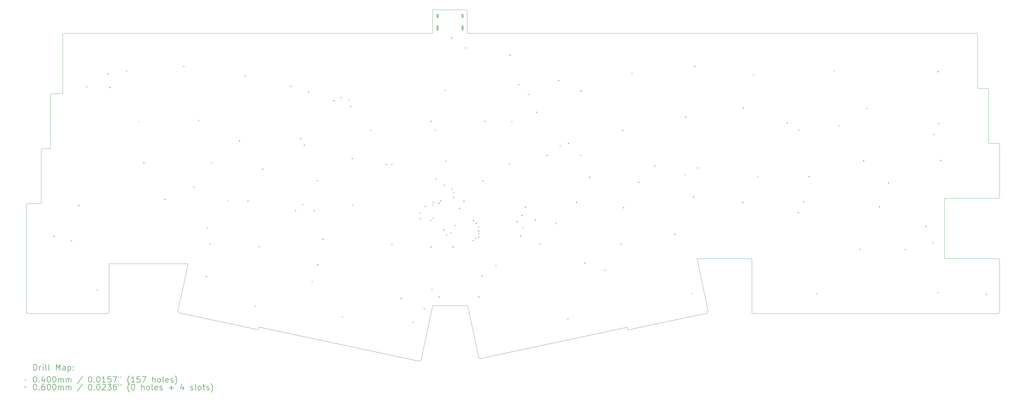
<source format=gbr>
%FSLAX45Y45*%
G04 Gerber Fmt 4.5, Leading zero omitted, Abs format (unit mm)*
G04 Created by KiCad (PCBNEW (6.0.1)) date 2022-05-09 18:45:46*
%MOMM*%
%LPD*%
G01*
G04 APERTURE LIST*
%TA.AperFunction,Profile*%
%ADD10C,0.100000*%
%TD*%
%ADD11C,0.200000*%
%ADD12C,0.040000*%
%ADD13C,0.060000*%
G04 APERTURE END LIST*
D10*
X21915000Y-10951000D02*
X16830000Y-12033000D01*
X34755000Y-10479000D02*
G75*
G03*
X34805000Y-10429000I0J50000D01*
G01*
X34754000Y-8572000D02*
X32899000Y-8572000D01*
X34424000Y-4572000D02*
X34423000Y-2717000D01*
X1143000Y-10428000D02*
G75*
G03*
X1193000Y-10478000I50000J0D01*
G01*
X21915000Y-10951000D02*
X21924355Y-10986645D01*
X34805000Y-4622000D02*
G75*
G03*
X34755000Y-4572000I-50000J0D01*
G01*
X9132645Y-11029645D02*
X6432000Y-10454000D01*
X1717000Y-4762000D02*
X1972000Y-4762000D01*
X2021000Y-2857000D02*
X2400000Y-2857000D01*
X1972000Y-4762000D02*
X1971000Y-2907000D01*
X24673000Y-10462000D02*
G75*
G03*
X24723000Y-10412000I0J50000D01*
G01*
X1657000Y-6670000D02*
X1657000Y-4822000D01*
X24723000Y-10412000D02*
X24332000Y-8573000D01*
X34042000Y-2667000D02*
X34042000Y-812000D01*
X34804000Y-8622000D02*
G75*
G03*
X34754000Y-8572000I-50000J0D01*
G01*
X16390000Y0D02*
X16390000Y-762000D01*
X16390000Y-762000D02*
X33992000Y-762000D01*
X1200000Y-6669000D02*
G75*
G03*
X1150000Y-6719000I0J-50000D01*
G01*
X3951000Y-10477000D02*
X1193000Y-10478000D01*
X2450000Y-762000D02*
X15190000Y-762000D01*
X4001000Y-10427000D02*
X4000000Y-8750000D01*
X3951000Y-10477000D02*
G75*
G03*
X4001000Y-10427000I0J50000D01*
G01*
X16390000Y0D02*
G75*
G03*
X16340000Y50000I-50000J0D01*
G01*
X6382000Y-10404000D02*
G75*
G03*
X6432000Y-10454000I50000J0D01*
G01*
X9191000Y-10943000D02*
X9182645Y-10979645D01*
X14742000Y-12124000D02*
G75*
G03*
X14792000Y-12074000I0J50000D01*
G01*
X2450000Y-762000D02*
G75*
G03*
X2400000Y-812000I0J-50000D01*
G01*
X32899000Y-8572000D02*
X32899000Y-6476000D01*
X6736000Y-8750000D02*
X6382000Y-10404000D01*
X34754000Y-6477000D02*
G75*
G03*
X34804000Y-6427000I0J50000D01*
G01*
X14742000Y-12124000D02*
X9191000Y-10943000D01*
X34804000Y-6427000D02*
X34805000Y-4622000D01*
X1200000Y-6669000D02*
X1657000Y-6670000D01*
X26231000Y-10428000D02*
G75*
G03*
X26281000Y-10478000I50000J0D01*
G01*
X15190000Y-10200000D02*
X16402000Y-10201000D01*
X15190000Y-762000D02*
X15190000Y0D01*
X34755000Y-10479000D02*
X26281000Y-10478000D01*
X34423000Y-2717000D02*
G75*
G03*
X34373000Y-2667000I-50000J0D01*
G01*
X32899000Y-6476000D02*
X34754000Y-6477000D01*
X34373000Y-2667000D02*
X34042000Y-2667000D01*
X26231000Y-8573000D02*
X26231000Y-10428000D01*
X24332000Y-8573000D02*
X26231000Y-8573000D01*
X1143000Y-10428000D02*
X1150000Y-6719000D01*
X9132645Y-11029645D02*
G75*
G03*
X9182645Y-10979645I0J50000D01*
G01*
X34804000Y-8622000D02*
X34805000Y-10429000D01*
X2400000Y-2857000D02*
X2400000Y-812000D01*
X16780000Y-11983000D02*
G75*
G03*
X16830000Y-12033000I50000J0D01*
G01*
X21924355Y-10986645D02*
G75*
G03*
X21974355Y-11036645I50000J0D01*
G01*
X1717000Y-4762000D02*
G75*
G03*
X1657000Y-4822000I0J-60000D01*
G01*
X15240000Y50000D02*
G75*
G03*
X15190000Y0I0J-50000D01*
G01*
X14792000Y-12074000D02*
X15190000Y-10200000D01*
X2021000Y-2857000D02*
G75*
G03*
X1971000Y-2907000I0J-50000D01*
G01*
X15240000Y50000D02*
X16340000Y50000D01*
X16402000Y-10201000D02*
X16780000Y-11983000D01*
X21974355Y-11036645D02*
X24673000Y-10462000D01*
X34042000Y-812000D02*
G75*
G03*
X33992000Y-762000I-50000J0D01*
G01*
X4000000Y-8750000D02*
X6736000Y-8750000D01*
X34755000Y-4572000D02*
X34424000Y-4572000D01*
D11*
D12*
X2080000Y-7780000D02*
X2120000Y-7820000D01*
X2120000Y-7780000D02*
X2080000Y-7820000D01*
X2680000Y-7930000D02*
X2720000Y-7970000D01*
X2720000Y-7930000D02*
X2680000Y-7970000D01*
X2931900Y-6713970D02*
X2971900Y-6753970D01*
X2971900Y-6713970D02*
X2931900Y-6753970D01*
X3215000Y-2595000D02*
X3255000Y-2635000D01*
X3255000Y-2595000D02*
X3215000Y-2635000D01*
X3580000Y-9630000D02*
X3620000Y-9670000D01*
X3620000Y-9630000D02*
X3580000Y-9670000D01*
X3950470Y-2150470D02*
X3990470Y-2190470D01*
X3990470Y-2150470D02*
X3950470Y-2190470D01*
X4005000Y-2620000D02*
X4045000Y-2660000D01*
X4045000Y-2620000D02*
X4005000Y-2660000D01*
X4584070Y-2050220D02*
X4624070Y-2090220D01*
X4624070Y-2050220D02*
X4584070Y-2090220D01*
X5028530Y-3801750D02*
X5068530Y-3841750D01*
X5068530Y-3801750D02*
X5028530Y-3841750D01*
X5188270Y-5232000D02*
X5228270Y-5272000D01*
X5228270Y-5232000D02*
X5188270Y-5272000D01*
X5909200Y-6500110D02*
X5949200Y-6540110D01*
X5949200Y-6500110D02*
X5909200Y-6540110D01*
X6566340Y-1894090D02*
X6606340Y-1934090D01*
X6606340Y-1894090D02*
X6566340Y-1934090D01*
X6909920Y-6073850D02*
X6949920Y-6113850D01*
X6949920Y-6073850D02*
X6909920Y-6113850D01*
X7075650Y-3761370D02*
X7115650Y-3801370D01*
X7115650Y-3761370D02*
X7075650Y-3801370D01*
X7343820Y-9169610D02*
X7383820Y-9209610D01*
X7383820Y-9169610D02*
X7343820Y-9209610D01*
X7380000Y-7480000D02*
X7420000Y-7520000D01*
X7420000Y-7480000D02*
X7380000Y-7520000D01*
X7480000Y-8030000D02*
X7520000Y-8070000D01*
X7520000Y-8030000D02*
X7480000Y-8070000D01*
X7523160Y-5226320D02*
X7563160Y-5266320D01*
X7563160Y-5226320D02*
X7523160Y-5266320D01*
X8084830Y-6545180D02*
X8124830Y-6585180D01*
X8124830Y-6545180D02*
X8084830Y-6585180D01*
X8488000Y-4471000D02*
X8528000Y-4511000D01*
X8528000Y-4471000D02*
X8488000Y-4511000D01*
X8686660Y-2216010D02*
X8726660Y-2256010D01*
X8726660Y-2216010D02*
X8686660Y-2256010D01*
X8783450Y-6560930D02*
X8823450Y-6600930D01*
X8823450Y-6560930D02*
X8783450Y-6600930D01*
X9038880Y-10191290D02*
X9078880Y-10231290D01*
X9078880Y-10191290D02*
X9038880Y-10231290D01*
X9180000Y-8130000D02*
X9220000Y-8170000D01*
X9220000Y-8130000D02*
X9180000Y-8170000D01*
X9289840Y-5452240D02*
X9329840Y-5492240D01*
X9329840Y-5452240D02*
X9289840Y-5492240D01*
X10263500Y-2581800D02*
X10303500Y-2621800D01*
X10303500Y-2581800D02*
X10263500Y-2621800D01*
X10430680Y-6889620D02*
X10470680Y-6929620D01*
X10470680Y-6889620D02*
X10430680Y-6929620D01*
X10606080Y-4395160D02*
X10646080Y-4435160D01*
X10646080Y-4395160D02*
X10606080Y-4435160D01*
X10671730Y-6675880D02*
X10711730Y-6715880D01*
X10711730Y-6675880D02*
X10671730Y-6715880D01*
X10734050Y-4623220D02*
X10774050Y-4663220D01*
X10774050Y-4623220D02*
X10734050Y-4663220D01*
X10880000Y-2780000D02*
X10920000Y-2820000D01*
X10920000Y-2780000D02*
X10880000Y-2820000D01*
X11007220Y-9346190D02*
X11047220Y-9386190D01*
X11047220Y-9346190D02*
X11007220Y-9386190D01*
X11074070Y-6889620D02*
X11114070Y-6929620D01*
X11114070Y-6889620D02*
X11074070Y-6929620D01*
X11181340Y-5846380D02*
X11221340Y-5886380D01*
X11221340Y-5846380D02*
X11181340Y-5886380D01*
X11196680Y-8763180D02*
X11236680Y-8803180D01*
X11236680Y-8763180D02*
X11196680Y-8803180D01*
X11380000Y-7880000D02*
X11420000Y-7920000D01*
X11420000Y-7880000D02*
X11380000Y-7920000D01*
X11767120Y-3081200D02*
X11807120Y-3121200D01*
X11807120Y-3081200D02*
X11767120Y-3121200D01*
X11999370Y-2968750D02*
X12039370Y-3008750D01*
X12039370Y-2968750D02*
X11999370Y-3008750D01*
X12054330Y-10564430D02*
X12094330Y-10604430D01*
X12094330Y-10564430D02*
X12054330Y-10604430D01*
X12275980Y-3065520D02*
X12315980Y-3105520D01*
X12315980Y-3065520D02*
X12275980Y-3105520D01*
X12331130Y-3284640D02*
X12371130Y-3324640D01*
X12371130Y-3284640D02*
X12331130Y-3324640D01*
X12391524Y-5080476D02*
X12431524Y-5120476D01*
X12431524Y-5080476D02*
X12391524Y-5120476D01*
X12406391Y-6703609D02*
X12446391Y-6743609D01*
X12446391Y-6703609D02*
X12406391Y-6743609D01*
X13035080Y-4101690D02*
X13075080Y-4141690D01*
X13075080Y-4101690D02*
X13035080Y-4141690D01*
X13561000Y-5284000D02*
X13601000Y-5324000D01*
X13601000Y-5284000D02*
X13561000Y-5324000D01*
X13761360Y-8063550D02*
X13801360Y-8103550D01*
X13801360Y-8063550D02*
X13761360Y-8103550D01*
X13761720Y-5285010D02*
X13801720Y-5325010D01*
X13801720Y-5285010D02*
X13761720Y-5325010D01*
X14079225Y-9929225D02*
X14119225Y-9969225D01*
X14119225Y-9929225D02*
X14079225Y-9969225D01*
X14499890Y-10749890D02*
X14539890Y-10789890D01*
X14539890Y-10749890D02*
X14499890Y-10789890D01*
X14743000Y-6957790D02*
X14783000Y-6997790D01*
X14783000Y-6957790D02*
X14743000Y-6997790D01*
X14747440Y-7162820D02*
X14787440Y-7202820D01*
X14787440Y-7162820D02*
X14747440Y-7202820D01*
X14880000Y-10280000D02*
X14920000Y-10320000D01*
X14920000Y-10280000D02*
X14880000Y-10320000D01*
X14919280Y-6745540D02*
X14959280Y-6785540D01*
X14959280Y-6745540D02*
X14919280Y-6785540D01*
X15107400Y-7227000D02*
X15147400Y-7267000D01*
X15147400Y-7227000D02*
X15107400Y-7267000D01*
X15113890Y-3799590D02*
X15153890Y-3839590D01*
X15153890Y-3799590D02*
X15113890Y-3839590D01*
X15116180Y-8144360D02*
X15156180Y-8184360D01*
X15156180Y-8144360D02*
X15116180Y-8184360D01*
X15152450Y-9612993D02*
X15192450Y-9652993D01*
X15192450Y-9612993D02*
X15152450Y-9652993D01*
X15172960Y-6706710D02*
X15212960Y-6746710D01*
X15212960Y-6706710D02*
X15172960Y-6746710D01*
X15180100Y-7154060D02*
X15220100Y-7194060D01*
X15220100Y-7154060D02*
X15180100Y-7194060D01*
X15191810Y-6606130D02*
X15231810Y-6646130D01*
X15231810Y-6606130D02*
X15191810Y-6646130D01*
X15268950Y-4101690D02*
X15308950Y-4141690D01*
X15308950Y-4101690D02*
X15268950Y-4141690D01*
X15295000Y-5787000D02*
X15335000Y-5827000D01*
X15335000Y-5787000D02*
X15295000Y-5827000D01*
X15392060Y-6631020D02*
X15432060Y-6671020D01*
X15432060Y-6631020D02*
X15392060Y-6671020D01*
X15395000Y-9880000D02*
X15435000Y-9920000D01*
X15435000Y-9880000D02*
X15395000Y-9920000D01*
X15452060Y-6548810D02*
X15492060Y-6588810D01*
X15492060Y-6548810D02*
X15452060Y-6588810D01*
X15552700Y-7557820D02*
X15592700Y-7597820D01*
X15592700Y-7557820D02*
X15552700Y-7597820D01*
X15581000Y-5997670D02*
X15621000Y-6037670D01*
X15621000Y-5997670D02*
X15581000Y-6037670D01*
X15597090Y-2713120D02*
X15637090Y-2753120D01*
X15637090Y-2713120D02*
X15597090Y-2753120D01*
X15625760Y-5179910D02*
X15665760Y-5219910D01*
X15665760Y-5179910D02*
X15625760Y-5219910D01*
X15648200Y-7731510D02*
X15688200Y-7771510D01*
X15688200Y-7731510D02*
X15648200Y-7771510D01*
X15793180Y-7659060D02*
X15833180Y-7699060D01*
X15833180Y-7659060D02*
X15793180Y-7699060D01*
X15825000Y-900000D02*
X15865000Y-940000D01*
X15865000Y-900000D02*
X15825000Y-940000D01*
X15846320Y-6151020D02*
X15886320Y-6191020D01*
X15886320Y-6151020D02*
X15846320Y-6191020D01*
X15881640Y-8144360D02*
X15921640Y-8184360D01*
X15921640Y-8144360D02*
X15881640Y-8184360D01*
X15904860Y-6254110D02*
X15944860Y-6294110D01*
X15944860Y-6254110D02*
X15904860Y-6294110D01*
X15910860Y-6429770D02*
X15950860Y-6469770D01*
X15950860Y-6429770D02*
X15910860Y-6469770D01*
X15957220Y-7404210D02*
X15997220Y-7444210D01*
X15997220Y-7404210D02*
X15957220Y-7444210D01*
X16097390Y-6807190D02*
X16137390Y-6847190D01*
X16137390Y-6807190D02*
X16097390Y-6847190D01*
X16257000Y-6555000D02*
X16297000Y-6595000D01*
X16297000Y-6555000D02*
X16257000Y-6595000D01*
X16322020Y-1248360D02*
X16362020Y-1288360D01*
X16362020Y-1248360D02*
X16322020Y-1288360D01*
X16564760Y-7921420D02*
X16604760Y-7961420D01*
X16604760Y-7921420D02*
X16564760Y-7961420D01*
X16580000Y-7230000D02*
X16620000Y-7270000D01*
X16620000Y-7230000D02*
X16580000Y-7270000D01*
X16665190Y-7847310D02*
X16705190Y-7887310D01*
X16705190Y-7847310D02*
X16665190Y-7887310D01*
X16680000Y-7330000D02*
X16720000Y-7370000D01*
X16720000Y-7330000D02*
X16680000Y-7370000D01*
X16762340Y-7594040D02*
X16802340Y-7634040D01*
X16802340Y-7594040D02*
X16762340Y-7634040D01*
X16769020Y-7801350D02*
X16809020Y-7841350D01*
X16809020Y-7801350D02*
X16769020Y-7841350D01*
X16770000Y-9880000D02*
X16810000Y-9920000D01*
X16810000Y-9880000D02*
X16770000Y-9920000D01*
X16771350Y-7697350D02*
X16811350Y-7737350D01*
X16811350Y-7697350D02*
X16771350Y-7737350D01*
X16772740Y-7459840D02*
X16812740Y-7499840D01*
X16812740Y-7459840D02*
X16772740Y-7499840D01*
X16874030Y-9159210D02*
X16914030Y-9199210D01*
X16914030Y-9159210D02*
X16874030Y-9199210D01*
X16910080Y-5853640D02*
X16950080Y-5893640D01*
X16950080Y-5853640D02*
X16910080Y-5893640D01*
X16981960Y-3799590D02*
X17021960Y-3839590D01*
X17021960Y-3799590D02*
X16981960Y-3839590D01*
X17361470Y-8789950D02*
X17401470Y-8829950D01*
X17401470Y-8789950D02*
X17361470Y-8829950D01*
X17835010Y-5259280D02*
X17875010Y-5299280D01*
X17875010Y-5259280D02*
X17835010Y-5299280D01*
X17852050Y-1498090D02*
X17892050Y-1538090D01*
X17892050Y-1498090D02*
X17852050Y-1538090D01*
X17913500Y-3803410D02*
X17953500Y-3843410D01*
X17953500Y-3803410D02*
X17913500Y-3843410D01*
X18085910Y-7274090D02*
X18125910Y-7314090D01*
X18125910Y-7274090D02*
X18085910Y-7314090D01*
X18155000Y-2520000D02*
X18195000Y-2560000D01*
X18195000Y-2520000D02*
X18155000Y-2560000D01*
X18213055Y-7763055D02*
X18253055Y-7803055D01*
X18253055Y-7763055D02*
X18213055Y-7803055D01*
X18253096Y-7059364D02*
X18293096Y-7099364D01*
X18293096Y-7059364D02*
X18253096Y-7099364D01*
X18285910Y-7474090D02*
X18325910Y-7514090D01*
X18325910Y-7474090D02*
X18285910Y-7514090D01*
X18387480Y-6764190D02*
X18427480Y-6804190D01*
X18427480Y-6764190D02*
X18387480Y-6804190D01*
X18488900Y-2860000D02*
X18528900Y-2900000D01*
X18528900Y-2860000D02*
X18488900Y-2900000D01*
X18720000Y-7209550D02*
X18760000Y-7249550D01*
X18760000Y-7209550D02*
X18720000Y-7249550D01*
X18767880Y-3480000D02*
X18807880Y-3520000D01*
X18807880Y-3480000D02*
X18767880Y-3520000D01*
X18894550Y-8027650D02*
X18934550Y-8067650D01*
X18934550Y-8027650D02*
X18894550Y-8067650D01*
X19133450Y-4972310D02*
X19173450Y-5012310D01*
X19173450Y-4972310D02*
X19133450Y-5012310D01*
X19433710Y-7336570D02*
X19473710Y-7376570D01*
X19473710Y-7336570D02*
X19433710Y-7376570D01*
X19530000Y-2380000D02*
X19570000Y-2420000D01*
X19570000Y-2380000D02*
X19530000Y-2420000D01*
X19588480Y-4634730D02*
X19628480Y-4674730D01*
X19628480Y-4634730D02*
X19588480Y-4674730D01*
X19849820Y-10636820D02*
X19889820Y-10676820D01*
X19889820Y-10636820D02*
X19849820Y-10676820D01*
X19865190Y-4554900D02*
X19905190Y-4594900D01*
X19905190Y-4554900D02*
X19865190Y-4594900D01*
X20150170Y-6599620D02*
X20190170Y-6639620D01*
X20190170Y-6599620D02*
X20150170Y-6639620D01*
X20289300Y-4972310D02*
X20329300Y-5012310D01*
X20329300Y-4972310D02*
X20289300Y-5012310D01*
X20312410Y-2750330D02*
X20352410Y-2790330D01*
X20352410Y-2750330D02*
X20312410Y-2790330D01*
X20439430Y-8710620D02*
X20479430Y-8750620D01*
X20479430Y-8710620D02*
X20439430Y-8750620D01*
X20595480Y-5732290D02*
X20635480Y-5772290D01*
X20635480Y-5732290D02*
X20595480Y-5772290D01*
X21121490Y-8955720D02*
X21161490Y-8995720D01*
X21161490Y-8955720D02*
X21121490Y-8995720D01*
X21680600Y-8058480D02*
X21720600Y-8098480D01*
X21720600Y-8058480D02*
X21680600Y-8098480D01*
X21741590Y-4103030D02*
X21781590Y-4143030D01*
X21781590Y-4103030D02*
X21741590Y-4143030D01*
X21776300Y-6788010D02*
X21816300Y-6828010D01*
X21816300Y-6788010D02*
X21776300Y-6828010D01*
X22065560Y-2130020D02*
X22105560Y-2170020D01*
X22105560Y-2130020D02*
X22065560Y-2170020D01*
X22300520Y-5905200D02*
X22340520Y-5945200D01*
X22340520Y-5905200D02*
X22300520Y-5945200D01*
X22851220Y-5340490D02*
X22891220Y-5380490D01*
X22891220Y-5340490D02*
X22851220Y-5380490D01*
X23548770Y-7705560D02*
X23588770Y-7745560D01*
X23588770Y-7705560D02*
X23548770Y-7745560D01*
X23917740Y-3645390D02*
X23957740Y-3685390D01*
X23957740Y-3645390D02*
X23917740Y-3685390D01*
X23918220Y-5648230D02*
X23958220Y-5688230D01*
X23958220Y-5648230D02*
X23918220Y-5688230D01*
X24138320Y-9769510D02*
X24178320Y-9809510D01*
X24178320Y-9769510D02*
X24138320Y-9809510D01*
X24197270Y-6407150D02*
X24237270Y-6447150D01*
X24237270Y-6407150D02*
X24197270Y-6447150D01*
X24235020Y-1888490D02*
X24275020Y-1928490D01*
X24275020Y-1888490D02*
X24235020Y-1928490D01*
X24337340Y-5406570D02*
X24377340Y-5446570D01*
X24377340Y-5406570D02*
X24337340Y-5446570D01*
X25900000Y-6610000D02*
X25940000Y-6650000D01*
X25940000Y-6610000D02*
X25900000Y-6650000D01*
X25912120Y-3328430D02*
X25952120Y-3368430D01*
X25952120Y-3328430D02*
X25912120Y-3368430D01*
X26264510Y-2184530D02*
X26304510Y-2224530D01*
X26304510Y-2184530D02*
X26264510Y-2224530D01*
X26423780Y-5706750D02*
X26463780Y-5746750D01*
X26463780Y-5706750D02*
X26423780Y-5746750D01*
X27440840Y-3849080D02*
X27480840Y-3889080D01*
X27480840Y-3849080D02*
X27440840Y-3889080D01*
X27820000Y-6960000D02*
X27860000Y-7000000D01*
X27860000Y-6960000D02*
X27820000Y-7000000D01*
X27834520Y-4095860D02*
X27874520Y-4135860D01*
X27874520Y-4095860D02*
X27834520Y-4135860D01*
X28004890Y-6577480D02*
X28044890Y-6617480D01*
X28044890Y-6577480D02*
X28004890Y-6617480D01*
X28193730Y-5710760D02*
X28233730Y-5750760D01*
X28233730Y-5710760D02*
X28193730Y-5750760D01*
X28449740Y-9777160D02*
X28489740Y-9817160D01*
X28489740Y-9777160D02*
X28449740Y-9817160D01*
X29064860Y-2049830D02*
X29104860Y-2089830D01*
X29104860Y-2049830D02*
X29064860Y-2089830D01*
X29236420Y-3944720D02*
X29276420Y-3984720D01*
X29276420Y-3944720D02*
X29236420Y-3984720D01*
X29943090Y-8236200D02*
X29983090Y-8276200D01*
X29983090Y-8236200D02*
X29943090Y-8276200D01*
X30078240Y-5165800D02*
X30118240Y-5205800D01*
X30118240Y-5165800D02*
X30078240Y-5205800D01*
X30184750Y-3348120D02*
X30224750Y-3388120D01*
X30224750Y-3348120D02*
X30184750Y-3388120D01*
X30624070Y-6751710D02*
X30664070Y-6791710D01*
X30664070Y-6751710D02*
X30624070Y-6791710D01*
X30938900Y-5926930D02*
X30978900Y-5966930D01*
X30978900Y-5926930D02*
X30938900Y-5966930D01*
X31516290Y-8236200D02*
X31556290Y-8276200D01*
X31556290Y-8236200D02*
X31516290Y-8276200D01*
X32232640Y-7437690D02*
X32272640Y-7477690D01*
X32272640Y-7437690D02*
X32232640Y-7477690D01*
X32480655Y-7994000D02*
X32520655Y-8034000D01*
X32520655Y-7994000D02*
X32480655Y-8034000D01*
X32508550Y-4247700D02*
X32548550Y-4287700D01*
X32548550Y-4247700D02*
X32508550Y-4287700D01*
X32648670Y-2074050D02*
X32688670Y-2114050D01*
X32688670Y-2074050D02*
X32648670Y-2114050D01*
X32652630Y-9726510D02*
X32692630Y-9766510D01*
X32692630Y-9726510D02*
X32652630Y-9766510D01*
X32671890Y-3870760D02*
X32711890Y-3910760D01*
X32711890Y-3870760D02*
X32671890Y-3910760D01*
X32739590Y-5151940D02*
X32779590Y-5191940D01*
X32779590Y-5151940D02*
X32739590Y-5191940D01*
X34331000Y-9787000D02*
X34371000Y-9827000D01*
X34371000Y-9787000D02*
X34331000Y-9827000D01*
D13*
X15394000Y-163500D02*
G75*
G03*
X15394000Y-163500I-30000J0D01*
G01*
D11*
X15344000Y-123500D02*
X15344000Y-203500D01*
X15384000Y-123500D02*
X15384000Y-203500D01*
X15344000Y-203500D02*
G75*
G03*
X15384000Y-203500I20000J0D01*
G01*
X15384000Y-123500D02*
G75*
G03*
X15344000Y-123500I-20000J0D01*
G01*
D13*
X15394000Y-580500D02*
G75*
G03*
X15394000Y-580500I-30000J0D01*
G01*
D11*
X15344000Y-525500D02*
X15344000Y-635500D01*
X15384000Y-525500D02*
X15384000Y-635500D01*
X15344000Y-635500D02*
G75*
G03*
X15384000Y-635500I20000J0D01*
G01*
X15384000Y-525500D02*
G75*
G03*
X15344000Y-525500I-20000J0D01*
G01*
D13*
X16258000Y-163500D02*
G75*
G03*
X16258000Y-163500I-30000J0D01*
G01*
D11*
X16208000Y-123500D02*
X16208000Y-203500D01*
X16248000Y-123500D02*
X16248000Y-203500D01*
X16208000Y-203500D02*
G75*
G03*
X16248000Y-203500I20000J0D01*
G01*
X16248000Y-123500D02*
G75*
G03*
X16208000Y-123500I-20000J0D01*
G01*
D13*
X16258000Y-580500D02*
G75*
G03*
X16258000Y-580500I-30000J0D01*
G01*
D11*
X16208000Y-525500D02*
X16208000Y-635500D01*
X16248000Y-525500D02*
X16248000Y-635500D01*
X16208000Y-635500D02*
G75*
G03*
X16248000Y-635500I20000J0D01*
G01*
X16248000Y-525500D02*
G75*
G03*
X16208000Y-525500I-20000J0D01*
G01*
X1395619Y-12439476D02*
X1395619Y-12239476D01*
X1443238Y-12239476D01*
X1471809Y-12249000D01*
X1490857Y-12268048D01*
X1500381Y-12287095D01*
X1509905Y-12325190D01*
X1509905Y-12353762D01*
X1500381Y-12391857D01*
X1490857Y-12410905D01*
X1471809Y-12429952D01*
X1443238Y-12439476D01*
X1395619Y-12439476D01*
X1595619Y-12439476D02*
X1595619Y-12306143D01*
X1595619Y-12344238D02*
X1605143Y-12325190D01*
X1614667Y-12315667D01*
X1633714Y-12306143D01*
X1652762Y-12306143D01*
X1719428Y-12439476D02*
X1719428Y-12306143D01*
X1719428Y-12239476D02*
X1709905Y-12249000D01*
X1719428Y-12258524D01*
X1728952Y-12249000D01*
X1719428Y-12239476D01*
X1719428Y-12258524D01*
X1843238Y-12439476D02*
X1824190Y-12429952D01*
X1814667Y-12410905D01*
X1814667Y-12239476D01*
X1948000Y-12439476D02*
X1928952Y-12429952D01*
X1919428Y-12410905D01*
X1919428Y-12239476D01*
X2176571Y-12439476D02*
X2176571Y-12239476D01*
X2243238Y-12382333D01*
X2309905Y-12239476D01*
X2309905Y-12439476D01*
X2490857Y-12439476D02*
X2490857Y-12334714D01*
X2481333Y-12315667D01*
X2462286Y-12306143D01*
X2424190Y-12306143D01*
X2405143Y-12315667D01*
X2490857Y-12429952D02*
X2471810Y-12439476D01*
X2424190Y-12439476D01*
X2405143Y-12429952D01*
X2395619Y-12410905D01*
X2395619Y-12391857D01*
X2405143Y-12372809D01*
X2424190Y-12363286D01*
X2471810Y-12363286D01*
X2490857Y-12353762D01*
X2586095Y-12306143D02*
X2586095Y-12506143D01*
X2586095Y-12315667D02*
X2605143Y-12306143D01*
X2643238Y-12306143D01*
X2662286Y-12315667D01*
X2671810Y-12325190D01*
X2681333Y-12344238D01*
X2681333Y-12401381D01*
X2671810Y-12420428D01*
X2662286Y-12429952D01*
X2643238Y-12439476D01*
X2605143Y-12439476D01*
X2586095Y-12429952D01*
X2767048Y-12420428D02*
X2776571Y-12429952D01*
X2767048Y-12439476D01*
X2757524Y-12429952D01*
X2767048Y-12420428D01*
X2767048Y-12439476D01*
X2767048Y-12315667D02*
X2776571Y-12325190D01*
X2767048Y-12334714D01*
X2757524Y-12325190D01*
X2767048Y-12315667D01*
X2767048Y-12334714D01*
D12*
X1098000Y-12749000D02*
X1138000Y-12789000D01*
X1138000Y-12749000D02*
X1098000Y-12789000D01*
D11*
X1433714Y-12659476D02*
X1452762Y-12659476D01*
X1471809Y-12669000D01*
X1481333Y-12678524D01*
X1490857Y-12697571D01*
X1500381Y-12735667D01*
X1500381Y-12783286D01*
X1490857Y-12821381D01*
X1481333Y-12840428D01*
X1471809Y-12849952D01*
X1452762Y-12859476D01*
X1433714Y-12859476D01*
X1414667Y-12849952D01*
X1405143Y-12840428D01*
X1395619Y-12821381D01*
X1386095Y-12783286D01*
X1386095Y-12735667D01*
X1395619Y-12697571D01*
X1405143Y-12678524D01*
X1414667Y-12669000D01*
X1433714Y-12659476D01*
X1586095Y-12840428D02*
X1595619Y-12849952D01*
X1586095Y-12859476D01*
X1576571Y-12849952D01*
X1586095Y-12840428D01*
X1586095Y-12859476D01*
X1767048Y-12726143D02*
X1767048Y-12859476D01*
X1719428Y-12649952D02*
X1671809Y-12792809D01*
X1795619Y-12792809D01*
X1909905Y-12659476D02*
X1928952Y-12659476D01*
X1948000Y-12669000D01*
X1957524Y-12678524D01*
X1967048Y-12697571D01*
X1976571Y-12735667D01*
X1976571Y-12783286D01*
X1967048Y-12821381D01*
X1957524Y-12840428D01*
X1948000Y-12849952D01*
X1928952Y-12859476D01*
X1909905Y-12859476D01*
X1890857Y-12849952D01*
X1881333Y-12840428D01*
X1871809Y-12821381D01*
X1862286Y-12783286D01*
X1862286Y-12735667D01*
X1871809Y-12697571D01*
X1881333Y-12678524D01*
X1890857Y-12669000D01*
X1909905Y-12659476D01*
X2100381Y-12659476D02*
X2119429Y-12659476D01*
X2138476Y-12669000D01*
X2148000Y-12678524D01*
X2157524Y-12697571D01*
X2167048Y-12735667D01*
X2167048Y-12783286D01*
X2157524Y-12821381D01*
X2148000Y-12840428D01*
X2138476Y-12849952D01*
X2119429Y-12859476D01*
X2100381Y-12859476D01*
X2081333Y-12849952D01*
X2071809Y-12840428D01*
X2062286Y-12821381D01*
X2052762Y-12783286D01*
X2052762Y-12735667D01*
X2062286Y-12697571D01*
X2071809Y-12678524D01*
X2081333Y-12669000D01*
X2100381Y-12659476D01*
X2252762Y-12859476D02*
X2252762Y-12726143D01*
X2252762Y-12745190D02*
X2262286Y-12735667D01*
X2281333Y-12726143D01*
X2309905Y-12726143D01*
X2328952Y-12735667D01*
X2338476Y-12754714D01*
X2338476Y-12859476D01*
X2338476Y-12754714D02*
X2348000Y-12735667D01*
X2367048Y-12726143D01*
X2395619Y-12726143D01*
X2414667Y-12735667D01*
X2424190Y-12754714D01*
X2424190Y-12859476D01*
X2519429Y-12859476D02*
X2519429Y-12726143D01*
X2519429Y-12745190D02*
X2528952Y-12735667D01*
X2548000Y-12726143D01*
X2576571Y-12726143D01*
X2595619Y-12735667D01*
X2605143Y-12754714D01*
X2605143Y-12859476D01*
X2605143Y-12754714D02*
X2614667Y-12735667D01*
X2633714Y-12726143D01*
X2662286Y-12726143D01*
X2681333Y-12735667D01*
X2690857Y-12754714D01*
X2690857Y-12859476D01*
X3081333Y-12649952D02*
X2909905Y-12907095D01*
X3338476Y-12659476D02*
X3357524Y-12659476D01*
X3376571Y-12669000D01*
X3386095Y-12678524D01*
X3395619Y-12697571D01*
X3405143Y-12735667D01*
X3405143Y-12783286D01*
X3395619Y-12821381D01*
X3386095Y-12840428D01*
X3376571Y-12849952D01*
X3357524Y-12859476D01*
X3338476Y-12859476D01*
X3319428Y-12849952D01*
X3309905Y-12840428D01*
X3300381Y-12821381D01*
X3290857Y-12783286D01*
X3290857Y-12735667D01*
X3300381Y-12697571D01*
X3309905Y-12678524D01*
X3319428Y-12669000D01*
X3338476Y-12659476D01*
X3490857Y-12840428D02*
X3500381Y-12849952D01*
X3490857Y-12859476D01*
X3481333Y-12849952D01*
X3490857Y-12840428D01*
X3490857Y-12859476D01*
X3624190Y-12659476D02*
X3643238Y-12659476D01*
X3662286Y-12669000D01*
X3671809Y-12678524D01*
X3681333Y-12697571D01*
X3690857Y-12735667D01*
X3690857Y-12783286D01*
X3681333Y-12821381D01*
X3671809Y-12840428D01*
X3662286Y-12849952D01*
X3643238Y-12859476D01*
X3624190Y-12859476D01*
X3605143Y-12849952D01*
X3595619Y-12840428D01*
X3586095Y-12821381D01*
X3576571Y-12783286D01*
X3576571Y-12735667D01*
X3586095Y-12697571D01*
X3595619Y-12678524D01*
X3605143Y-12669000D01*
X3624190Y-12659476D01*
X3881333Y-12859476D02*
X3767048Y-12859476D01*
X3824190Y-12859476D02*
X3824190Y-12659476D01*
X3805143Y-12688048D01*
X3786095Y-12707095D01*
X3767048Y-12716619D01*
X4062286Y-12659476D02*
X3967048Y-12659476D01*
X3957524Y-12754714D01*
X3967048Y-12745190D01*
X3986095Y-12735667D01*
X4033714Y-12735667D01*
X4052762Y-12745190D01*
X4062286Y-12754714D01*
X4071809Y-12773762D01*
X4071809Y-12821381D01*
X4062286Y-12840428D01*
X4052762Y-12849952D01*
X4033714Y-12859476D01*
X3986095Y-12859476D01*
X3967048Y-12849952D01*
X3957524Y-12840428D01*
X4138476Y-12659476D02*
X4271810Y-12659476D01*
X4186095Y-12859476D01*
X4338476Y-12659476D02*
X4338476Y-12697571D01*
X4414667Y-12659476D02*
X4414667Y-12697571D01*
X4709905Y-12935667D02*
X4700381Y-12926143D01*
X4681333Y-12897571D01*
X4671810Y-12878524D01*
X4662286Y-12849952D01*
X4652762Y-12802333D01*
X4652762Y-12764238D01*
X4662286Y-12716619D01*
X4671810Y-12688048D01*
X4681333Y-12669000D01*
X4700381Y-12640428D01*
X4709905Y-12630905D01*
X4890857Y-12859476D02*
X4776571Y-12859476D01*
X4833714Y-12859476D02*
X4833714Y-12659476D01*
X4814667Y-12688048D01*
X4795619Y-12707095D01*
X4776571Y-12716619D01*
X5071810Y-12659476D02*
X4976571Y-12659476D01*
X4967048Y-12754714D01*
X4976571Y-12745190D01*
X4995619Y-12735667D01*
X5043238Y-12735667D01*
X5062286Y-12745190D01*
X5071810Y-12754714D01*
X5081333Y-12773762D01*
X5081333Y-12821381D01*
X5071810Y-12840428D01*
X5062286Y-12849952D01*
X5043238Y-12859476D01*
X4995619Y-12859476D01*
X4976571Y-12849952D01*
X4967048Y-12840428D01*
X5148000Y-12659476D02*
X5281333Y-12659476D01*
X5195619Y-12859476D01*
X5509905Y-12859476D02*
X5509905Y-12659476D01*
X5595619Y-12859476D02*
X5595619Y-12754714D01*
X5586095Y-12735667D01*
X5567048Y-12726143D01*
X5538476Y-12726143D01*
X5519429Y-12735667D01*
X5509905Y-12745190D01*
X5719428Y-12859476D02*
X5700381Y-12849952D01*
X5690857Y-12840428D01*
X5681333Y-12821381D01*
X5681333Y-12764238D01*
X5690857Y-12745190D01*
X5700381Y-12735667D01*
X5719428Y-12726143D01*
X5748000Y-12726143D01*
X5767048Y-12735667D01*
X5776571Y-12745190D01*
X5786095Y-12764238D01*
X5786095Y-12821381D01*
X5776571Y-12840428D01*
X5767048Y-12849952D01*
X5748000Y-12859476D01*
X5719428Y-12859476D01*
X5900381Y-12859476D02*
X5881333Y-12849952D01*
X5871809Y-12830905D01*
X5871809Y-12659476D01*
X6052762Y-12849952D02*
X6033714Y-12859476D01*
X5995619Y-12859476D01*
X5976571Y-12849952D01*
X5967048Y-12830905D01*
X5967048Y-12754714D01*
X5976571Y-12735667D01*
X5995619Y-12726143D01*
X6033714Y-12726143D01*
X6052762Y-12735667D01*
X6062286Y-12754714D01*
X6062286Y-12773762D01*
X5967048Y-12792809D01*
X6138476Y-12849952D02*
X6157524Y-12859476D01*
X6195619Y-12859476D01*
X6214667Y-12849952D01*
X6224190Y-12830905D01*
X6224190Y-12821381D01*
X6214667Y-12802333D01*
X6195619Y-12792809D01*
X6167048Y-12792809D01*
X6148000Y-12783286D01*
X6138476Y-12764238D01*
X6138476Y-12754714D01*
X6148000Y-12735667D01*
X6167048Y-12726143D01*
X6195619Y-12726143D01*
X6214667Y-12735667D01*
X6290857Y-12935667D02*
X6300381Y-12926143D01*
X6319428Y-12897571D01*
X6328952Y-12878524D01*
X6338476Y-12849952D01*
X6348000Y-12802333D01*
X6348000Y-12764238D01*
X6338476Y-12716619D01*
X6328952Y-12688048D01*
X6319428Y-12669000D01*
X6300381Y-12640428D01*
X6290857Y-12630905D01*
D13*
X1138000Y-13033000D02*
G75*
G03*
X1138000Y-13033000I-30000J0D01*
G01*
D11*
X1433714Y-12923476D02*
X1452762Y-12923476D01*
X1471809Y-12933000D01*
X1481333Y-12942524D01*
X1490857Y-12961571D01*
X1500381Y-12999667D01*
X1500381Y-13047286D01*
X1490857Y-13085381D01*
X1481333Y-13104428D01*
X1471809Y-13113952D01*
X1452762Y-13123476D01*
X1433714Y-13123476D01*
X1414667Y-13113952D01*
X1405143Y-13104428D01*
X1395619Y-13085381D01*
X1386095Y-13047286D01*
X1386095Y-12999667D01*
X1395619Y-12961571D01*
X1405143Y-12942524D01*
X1414667Y-12933000D01*
X1433714Y-12923476D01*
X1586095Y-13104428D02*
X1595619Y-13113952D01*
X1586095Y-13123476D01*
X1576571Y-13113952D01*
X1586095Y-13104428D01*
X1586095Y-13123476D01*
X1767048Y-12923476D02*
X1728952Y-12923476D01*
X1709905Y-12933000D01*
X1700381Y-12942524D01*
X1681333Y-12971095D01*
X1671809Y-13009190D01*
X1671809Y-13085381D01*
X1681333Y-13104428D01*
X1690857Y-13113952D01*
X1709905Y-13123476D01*
X1748000Y-13123476D01*
X1767048Y-13113952D01*
X1776571Y-13104428D01*
X1786095Y-13085381D01*
X1786095Y-13037762D01*
X1776571Y-13018714D01*
X1767048Y-13009190D01*
X1748000Y-12999667D01*
X1709905Y-12999667D01*
X1690857Y-13009190D01*
X1681333Y-13018714D01*
X1671809Y-13037762D01*
X1909905Y-12923476D02*
X1928952Y-12923476D01*
X1948000Y-12933000D01*
X1957524Y-12942524D01*
X1967048Y-12961571D01*
X1976571Y-12999667D01*
X1976571Y-13047286D01*
X1967048Y-13085381D01*
X1957524Y-13104428D01*
X1948000Y-13113952D01*
X1928952Y-13123476D01*
X1909905Y-13123476D01*
X1890857Y-13113952D01*
X1881333Y-13104428D01*
X1871809Y-13085381D01*
X1862286Y-13047286D01*
X1862286Y-12999667D01*
X1871809Y-12961571D01*
X1881333Y-12942524D01*
X1890857Y-12933000D01*
X1909905Y-12923476D01*
X2100381Y-12923476D02*
X2119429Y-12923476D01*
X2138476Y-12933000D01*
X2148000Y-12942524D01*
X2157524Y-12961571D01*
X2167048Y-12999667D01*
X2167048Y-13047286D01*
X2157524Y-13085381D01*
X2148000Y-13104428D01*
X2138476Y-13113952D01*
X2119429Y-13123476D01*
X2100381Y-13123476D01*
X2081333Y-13113952D01*
X2071809Y-13104428D01*
X2062286Y-13085381D01*
X2052762Y-13047286D01*
X2052762Y-12999667D01*
X2062286Y-12961571D01*
X2071809Y-12942524D01*
X2081333Y-12933000D01*
X2100381Y-12923476D01*
X2252762Y-13123476D02*
X2252762Y-12990143D01*
X2252762Y-13009190D02*
X2262286Y-12999667D01*
X2281333Y-12990143D01*
X2309905Y-12990143D01*
X2328952Y-12999667D01*
X2338476Y-13018714D01*
X2338476Y-13123476D01*
X2338476Y-13018714D02*
X2348000Y-12999667D01*
X2367048Y-12990143D01*
X2395619Y-12990143D01*
X2414667Y-12999667D01*
X2424190Y-13018714D01*
X2424190Y-13123476D01*
X2519429Y-13123476D02*
X2519429Y-12990143D01*
X2519429Y-13009190D02*
X2528952Y-12999667D01*
X2548000Y-12990143D01*
X2576571Y-12990143D01*
X2595619Y-12999667D01*
X2605143Y-13018714D01*
X2605143Y-13123476D01*
X2605143Y-13018714D02*
X2614667Y-12999667D01*
X2633714Y-12990143D01*
X2662286Y-12990143D01*
X2681333Y-12999667D01*
X2690857Y-13018714D01*
X2690857Y-13123476D01*
X3081333Y-12913952D02*
X2909905Y-13171095D01*
X3338476Y-12923476D02*
X3357524Y-12923476D01*
X3376571Y-12933000D01*
X3386095Y-12942524D01*
X3395619Y-12961571D01*
X3405143Y-12999667D01*
X3405143Y-13047286D01*
X3395619Y-13085381D01*
X3386095Y-13104428D01*
X3376571Y-13113952D01*
X3357524Y-13123476D01*
X3338476Y-13123476D01*
X3319428Y-13113952D01*
X3309905Y-13104428D01*
X3300381Y-13085381D01*
X3290857Y-13047286D01*
X3290857Y-12999667D01*
X3300381Y-12961571D01*
X3309905Y-12942524D01*
X3319428Y-12933000D01*
X3338476Y-12923476D01*
X3490857Y-13104428D02*
X3500381Y-13113952D01*
X3490857Y-13123476D01*
X3481333Y-13113952D01*
X3490857Y-13104428D01*
X3490857Y-13123476D01*
X3624190Y-12923476D02*
X3643238Y-12923476D01*
X3662286Y-12933000D01*
X3671809Y-12942524D01*
X3681333Y-12961571D01*
X3690857Y-12999667D01*
X3690857Y-13047286D01*
X3681333Y-13085381D01*
X3671809Y-13104428D01*
X3662286Y-13113952D01*
X3643238Y-13123476D01*
X3624190Y-13123476D01*
X3605143Y-13113952D01*
X3595619Y-13104428D01*
X3586095Y-13085381D01*
X3576571Y-13047286D01*
X3576571Y-12999667D01*
X3586095Y-12961571D01*
X3595619Y-12942524D01*
X3605143Y-12933000D01*
X3624190Y-12923476D01*
X3767048Y-12942524D02*
X3776571Y-12933000D01*
X3795619Y-12923476D01*
X3843238Y-12923476D01*
X3862286Y-12933000D01*
X3871809Y-12942524D01*
X3881333Y-12961571D01*
X3881333Y-12980619D01*
X3871809Y-13009190D01*
X3757524Y-13123476D01*
X3881333Y-13123476D01*
X3948000Y-12923476D02*
X4071809Y-12923476D01*
X4005143Y-12999667D01*
X4033714Y-12999667D01*
X4052762Y-13009190D01*
X4062286Y-13018714D01*
X4071809Y-13037762D01*
X4071809Y-13085381D01*
X4062286Y-13104428D01*
X4052762Y-13113952D01*
X4033714Y-13123476D01*
X3976571Y-13123476D01*
X3957524Y-13113952D01*
X3948000Y-13104428D01*
X4243238Y-12923476D02*
X4205143Y-12923476D01*
X4186095Y-12933000D01*
X4176571Y-12942524D01*
X4157524Y-12971095D01*
X4148000Y-13009190D01*
X4148000Y-13085381D01*
X4157524Y-13104428D01*
X4167048Y-13113952D01*
X4186095Y-13123476D01*
X4224190Y-13123476D01*
X4243238Y-13113952D01*
X4252762Y-13104428D01*
X4262286Y-13085381D01*
X4262286Y-13037762D01*
X4252762Y-13018714D01*
X4243238Y-13009190D01*
X4224190Y-12999667D01*
X4186095Y-12999667D01*
X4167048Y-13009190D01*
X4157524Y-13018714D01*
X4148000Y-13037762D01*
X4338476Y-12923476D02*
X4338476Y-12961571D01*
X4414667Y-12923476D02*
X4414667Y-12961571D01*
X4709905Y-13199667D02*
X4700381Y-13190143D01*
X4681333Y-13161571D01*
X4671810Y-13142524D01*
X4662286Y-13113952D01*
X4652762Y-13066333D01*
X4652762Y-13028238D01*
X4662286Y-12980619D01*
X4671810Y-12952048D01*
X4681333Y-12933000D01*
X4700381Y-12904428D01*
X4709905Y-12894905D01*
X4824190Y-12923476D02*
X4843238Y-12923476D01*
X4862286Y-12933000D01*
X4871810Y-12942524D01*
X4881333Y-12961571D01*
X4890857Y-12999667D01*
X4890857Y-13047286D01*
X4881333Y-13085381D01*
X4871810Y-13104428D01*
X4862286Y-13113952D01*
X4843238Y-13123476D01*
X4824190Y-13123476D01*
X4805143Y-13113952D01*
X4795619Y-13104428D01*
X4786095Y-13085381D01*
X4776571Y-13047286D01*
X4776571Y-12999667D01*
X4786095Y-12961571D01*
X4795619Y-12942524D01*
X4805143Y-12933000D01*
X4824190Y-12923476D01*
X5128952Y-13123476D02*
X5128952Y-12923476D01*
X5214667Y-13123476D02*
X5214667Y-13018714D01*
X5205143Y-12999667D01*
X5186095Y-12990143D01*
X5157524Y-12990143D01*
X5138476Y-12999667D01*
X5128952Y-13009190D01*
X5338476Y-13123476D02*
X5319429Y-13113952D01*
X5309905Y-13104428D01*
X5300381Y-13085381D01*
X5300381Y-13028238D01*
X5309905Y-13009190D01*
X5319429Y-12999667D01*
X5338476Y-12990143D01*
X5367048Y-12990143D01*
X5386095Y-12999667D01*
X5395619Y-13009190D01*
X5405143Y-13028238D01*
X5405143Y-13085381D01*
X5395619Y-13104428D01*
X5386095Y-13113952D01*
X5367048Y-13123476D01*
X5338476Y-13123476D01*
X5519429Y-13123476D02*
X5500381Y-13113952D01*
X5490857Y-13094905D01*
X5490857Y-12923476D01*
X5671809Y-13113952D02*
X5652762Y-13123476D01*
X5614667Y-13123476D01*
X5595619Y-13113952D01*
X5586095Y-13094905D01*
X5586095Y-13018714D01*
X5595619Y-12999667D01*
X5614667Y-12990143D01*
X5652762Y-12990143D01*
X5671809Y-12999667D01*
X5681333Y-13018714D01*
X5681333Y-13037762D01*
X5586095Y-13056809D01*
X5757524Y-13113952D02*
X5776571Y-13123476D01*
X5814667Y-13123476D01*
X5833714Y-13113952D01*
X5843238Y-13094905D01*
X5843238Y-13085381D01*
X5833714Y-13066333D01*
X5814667Y-13056809D01*
X5786095Y-13056809D01*
X5767048Y-13047286D01*
X5757524Y-13028238D01*
X5757524Y-13018714D01*
X5767048Y-12999667D01*
X5786095Y-12990143D01*
X5814667Y-12990143D01*
X5833714Y-12999667D01*
X6081333Y-13047286D02*
X6233714Y-13047286D01*
X6157524Y-13123476D02*
X6157524Y-12971095D01*
X6567048Y-12990143D02*
X6567048Y-13123476D01*
X6519428Y-12913952D02*
X6471809Y-13056809D01*
X6595619Y-13056809D01*
X6814667Y-13113952D02*
X6833714Y-13123476D01*
X6871809Y-13123476D01*
X6890857Y-13113952D01*
X6900381Y-13094905D01*
X6900381Y-13085381D01*
X6890857Y-13066333D01*
X6871809Y-13056809D01*
X6843238Y-13056809D01*
X6824190Y-13047286D01*
X6814667Y-13028238D01*
X6814667Y-13018714D01*
X6824190Y-12999667D01*
X6843238Y-12990143D01*
X6871809Y-12990143D01*
X6890857Y-12999667D01*
X7014667Y-13123476D02*
X6995619Y-13113952D01*
X6986095Y-13094905D01*
X6986095Y-12923476D01*
X7119428Y-13123476D02*
X7100381Y-13113952D01*
X7090857Y-13104428D01*
X7081333Y-13085381D01*
X7081333Y-13028238D01*
X7090857Y-13009190D01*
X7100381Y-12999667D01*
X7119428Y-12990143D01*
X7148000Y-12990143D01*
X7167048Y-12999667D01*
X7176571Y-13009190D01*
X7186095Y-13028238D01*
X7186095Y-13085381D01*
X7176571Y-13104428D01*
X7167048Y-13113952D01*
X7148000Y-13123476D01*
X7119428Y-13123476D01*
X7243238Y-12990143D02*
X7319428Y-12990143D01*
X7271809Y-12923476D02*
X7271809Y-13094905D01*
X7281333Y-13113952D01*
X7300381Y-13123476D01*
X7319428Y-13123476D01*
X7376571Y-13113952D02*
X7395619Y-13123476D01*
X7433714Y-13123476D01*
X7452762Y-13113952D01*
X7462286Y-13094905D01*
X7462286Y-13085381D01*
X7452762Y-13066333D01*
X7433714Y-13056809D01*
X7405143Y-13056809D01*
X7386095Y-13047286D01*
X7376571Y-13028238D01*
X7376571Y-13018714D01*
X7386095Y-12999667D01*
X7405143Y-12990143D01*
X7433714Y-12990143D01*
X7452762Y-12999667D01*
X7528952Y-13199667D02*
X7538476Y-13190143D01*
X7557524Y-13161571D01*
X7567048Y-13142524D01*
X7576571Y-13113952D01*
X7586095Y-13066333D01*
X7586095Y-13028238D01*
X7576571Y-12980619D01*
X7567048Y-12952048D01*
X7557524Y-12933000D01*
X7538476Y-12904428D01*
X7528952Y-12894905D01*
M02*

</source>
